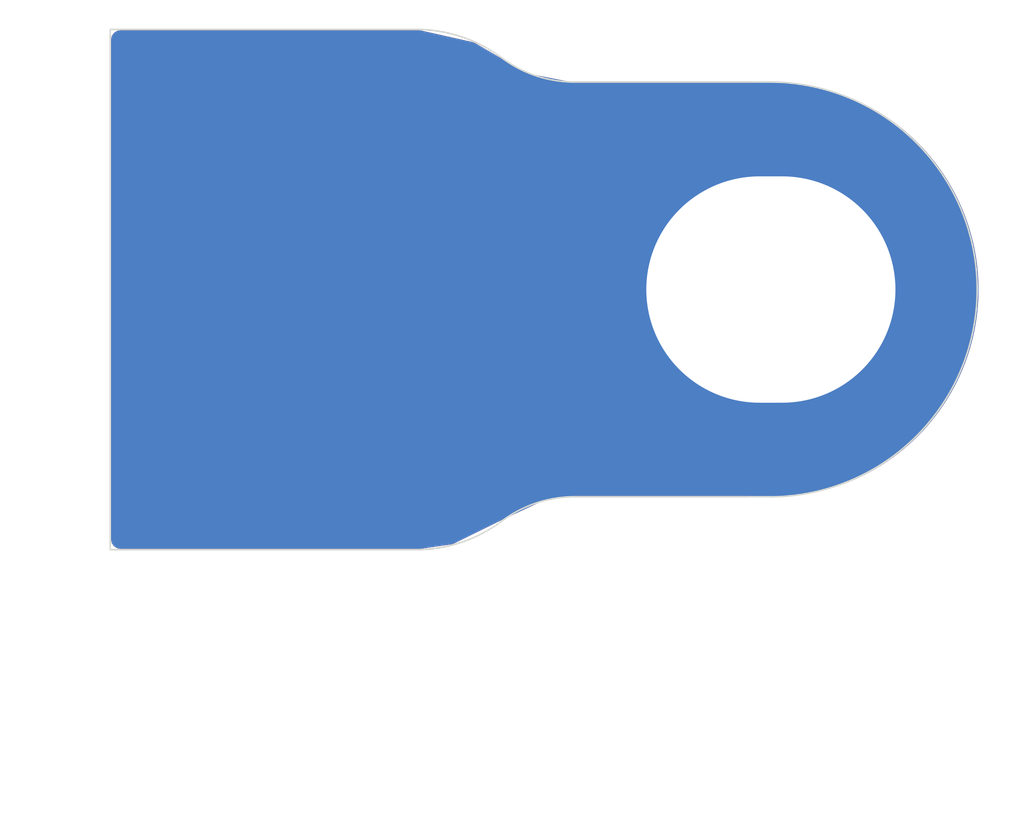
<source format=kicad_pcb>
(kicad_pcb (version 4) (host pcbnew "(2016-07-22 BZR 6991, Git 146a78a)-product")

  (general
    (links 0)
    (no_connects 0)
    (area -15.078333 -5.7275 3.360001 9.145001)
    (thickness 1.6)
    (drawings 1)
    (tracks 0)
    (zones 0)
    (modules 1)
    (nets 2)
  )

  (page A4)
  (layers
    (0 F.Cu signal)
    (31 B.Cu signal)
    (32 B.Adhes user)
    (33 F.Adhes user)
    (34 B.Paste user)
    (35 F.Paste user)
    (36 B.SilkS user)
    (37 F.SilkS user)
    (38 B.Mask user)
    (39 F.Mask user)
    (40 Dwgs.User user)
    (41 Cmts.User user)
    (42 Eco1.User user)
    (43 Eco2.User user)
    (44 Edge.Cuts user)
    (45 Margin user)
    (46 B.CrtYd user)
    (47 F.CrtYd user)
    (48 B.Fab user)
    (49 F.Fab user)
  )

  (setup
    (last_trace_width 0.25)
    (trace_clearance 0)
    (zone_clearance 0)
    (zone_45_only no)
    (trace_min 0.2)
    (segment_width 0.5)
    (edge_width 0.15)
    (via_size 0.6)
    (via_drill 0.4)
    (via_min_size 0.4)
    (via_min_drill 0.3)
    (uvia_size 0.3)
    (uvia_drill 0.1)
    (uvias_allowed no)
    (uvia_min_size 0.2)
    (uvia_min_drill 0.1)
    (pcb_text_width 0.3)
    (pcb_text_size 1.5 1.5)
    (mod_edge_width 0.15)
    (mod_text_size 1 1)
    (mod_text_width 0.15)
    (pad_size 5.5 5.5)
    (pad_drill 3.3)
    (pad_to_mask_clearance 0)
    (aux_axis_origin 0 0)
    (visible_elements 7FFFFFFF)
    (pcbplotparams
      (layerselection 0x010f0_ffffffff)
      (usegerberextensions true)
      (excludeedgelayer true)
      (linewidth 0.150000)
      (plotframeref false)
      (viasonmask false)
      (mode 1)
      (useauxorigin false)
      (hpglpennumber 1)
      (hpglpenspeed 20)
      (hpglpendiameter 15)
      (psnegative false)
      (psa4output false)
      (plotreference true)
      (plotvalue true)
      (plotinvisibletext false)
      (padsonsilk false)
      (subtractmaskfromsilk false)
      (outputformat 1)
      (mirror false)
      (drillshape 0)
      (scaleselection 1)
      (outputdirectory Gerber/20160710_tabs/))
  )

  (net 0 "")
  (net 1 GND)

  (net_class Default "This is the default net class."
    (clearance 0)
    (trace_width 0.25)
    (via_dia 0.6)
    (via_drill 0.4)
    (uvia_dia 0.3)
    (uvia_drill 0.1)
    (add_net GND)
  )

  (module Ohisja:tab_76x40 (layer F.Cu) (tedit 57ABAAA4) (tstamp 5769AEEB)
    (at 0 0)
    (path /5769ACE4)
    (fp_text reference P1 (at -10.7 -4.97) (layer F.SilkS) hide
      (effects (font (size 1 1) (thickness 0.15)))
    )
    (fp_text value CONN_01X01 (at -10.17 4.85) (layer F.Fab) hide
      (effects (font (size 1 1) (thickness 0.15)))
    )
    (fp_text user "76 mm" (at -10.28 -7.78) (layer F.SilkS) hide
      (effects (font (size 2 2) (thickness 0.5)))
    )
    (fp_arc (start 0 -0.001226) (end 0 -2.75) (angle 180) (layer Edge.Cuts) (width 0.02))
    (fp_arc (start -2.6 4.349706) (end -3.55 3.058063) (angle 36.33438316) (layer Edge.Cuts) (width 0.02))
    (fp_arc (start -4.698313 -1.553591) (end -4.652118 -3.446725) (angle 35.17359225) (layer Edge.Cuts) (width 0.02))
    (fp_line (start -8.75 3.447548) (end -4.651552 3.447548) (layer Edge.Cuts) (width 0.02))
    (fp_line (start -8.75 -3.446725) (end -8.75 3.45) (layer Edge.Cuts) (width 0.02))
    (fp_line (start -4.652118 -3.446725) (end -8.75 -3.446725) (layer Edge.Cuts) (width 0.02))
    (fp_line (start -2.6 2.746322) (end 0 2.746322) (layer Edge.Cuts) (width 0.02))
    (fp_line (start 0 -2.75) (end -2.6 -2.75) (layer Edge.Cuts) (width 0.02))
    (fp_arc (start -2.603369 -4.352158) (end -2.6 -2.75) (angle 37.22928052) (layer Edge.Cuts) (width 0.02))
    (fp_arc (start -4.7 1.558063) (end -3.55 3.058063) (angle 36.00738739) (layer Edge.Cuts) (width 0.02))
    (fp_text user encl. (at 0.28 -7.9) (layer F.SilkS) hide
      (effects (font (size 2 2) (thickness 0.5)))
    )
    (pad 1 thru_hole circle (at 0 0) (size 5.5 5.5) (drill oval 3.3 3) (layers *.Cu *.Mask)
      (net 1 GND))
  )

  (dimension 8.75 (width 0.3) (layer Dwgs.User)
    (gr_text "8.750 mm" (at -4.375 7.75) (layer Dwgs.User)
      (effects (font (size 1.5 1.5) (thickness 0.3)))
    )
    (feature1 (pts (xy -8.75 0) (xy -8.75 9.1)))
    (feature2 (pts (xy 0 0) (xy 0 9.1)))
    (crossbar (pts (xy 0 6.4) (xy -8.75 6.4)))
    (arrow1a (pts (xy -8.75 6.4) (xy -7.623496 5.813579)))
    (arrow1b (pts (xy -8.75 6.4) (xy -7.623496 6.986421)))
    (arrow2a (pts (xy 0 6.4) (xy -1.126504 5.813579)))
    (arrow2b (pts (xy 0 6.4) (xy -1.126504 6.986421)))
  )

  (zone (net 0) (net_name "") (layer B.Mask) (tstamp 5782679E) (hatch edge 0.508)
    (connect_pads (clearance 0))
    (min_thickness 0.254)
    (fill yes (arc_segments 16) (thermal_gap 0.508) (thermal_bridge_width 0.508))
    (polygon
      (pts
        (xy -8.87 3.66) (xy -6.71 3.66) (xy -6.73 -3.6) (xy -8.89 -3.6)
      )
    )
    (filled_polygon
      (pts
        (xy -6.837351 3.533) (xy -8.743349 3.533) (xy -8.762649 -3.473) (xy -6.856651 -3.473)
      )
    )
  )
  (zone (net 0) (net_name "") (layer F.Mask) (tstamp 57ABAE6F) (hatch edge 0.508)
    (connect_pads (clearance 0))
    (min_thickness 0.254)
    (fill yes (arc_segments 16) (thermal_gap 0.508) (thermal_bridge_width 0.508))
    (polygon
      (pts
        (xy -8.87 3.666033) (xy -6.71 3.666033) (xy -6.73 -3.593967) (xy -8.89 -3.593967)
      )
    )
    (filled_polygon
      (pts
        (xy -6.837351 3.539033) (xy -8.743349 3.539033) (xy -8.762649 -3.466967) (xy -6.856651 -3.466967)
      )
    )
  )
  (zone (net 1) (net_name GND) (layer F.Cu) (tstamp 0) (hatch edge 0.508)
    (connect_pads yes (clearance 0))
    (min_thickness 0.254)
    (fill yes (arc_segments 16) (thermal_gap 0.508) (thermal_bridge_width 0.508))
    (polygon
      (pts
        (xy -9.14 -3.76) (xy 3.03 -3.83) (xy 3.36 4.61) (xy -9.37 4.28)
      )
    )
    (filled_polygon
      (pts
        (xy -3.981837 -3.155905) (xy -3.638987 -2.956084) (xy -3.638421 -2.955889) (xy -3.637971 -2.955498) (xy -3.281346 -2.751718)
        (xy -3.260321 -2.744686) (xy -3.239821 -2.736245) (xy -2.626445 -2.615576) (xy -2.613092 -2.615604) (xy -2.6 -2.613)
        (xy -0.013495 -2.613) (xy 0.998457 -2.41171) (xy 1.844907 -1.84613) (xy 2.410484 -0.999683) (xy 2.60909 -0.001226)
        (xy 2.410484 0.997231) (xy 1.844907 1.843678) (xy 0.998457 2.409258) (xy -0.007332 2.609322) (xy -2.6 2.609322)
        (xy -2.608181 2.610949) (xy -2.616499 2.610319) (xy -2.999894 2.656831) (xy -3.020463 2.663581) (xy -3.041476 2.668755)
        (xy -3.608082 2.933984) (xy -3.609201 2.934807) (xy -3.610542 2.935166) (xy -4.252636 3.25148) (xy -4.661402 3.310548)
        (xy -8.613 3.310548) (xy -8.613 -3.309725) (xy -4.667302 -3.309725)
      )
    )
  )
  (zone (net 1) (net_name GND) (layer B.Cu) (tstamp 57ABAE78) (hatch edge 0.508)
    (connect_pads yes (clearance 0))
    (min_thickness 0.254)
    (fill yes (arc_segments 16) (thermal_gap 0.508) (thermal_bridge_width 0.508))
    (polygon
      (pts
        (xy -9.14 -3.767374) (xy 3.03 -3.837374) (xy 3.36 4.602626) (xy -9.37 4.272626)
      )
    )
    (filled_polygon
      (pts
        (xy -3.981837 -3.155905) (xy -3.638987 -2.956084) (xy -3.638421 -2.955889) (xy -3.637971 -2.955498) (xy -3.281346 -2.751718)
        (xy -3.260321 -2.744686) (xy -3.239821 -2.736245) (xy -2.626445 -2.615576) (xy -2.613092 -2.615604) (xy -2.6 -2.613)
        (xy -0.013495 -2.613) (xy 0.998457 -2.41171) (xy 1.844907 -1.84613) (xy 2.410484 -0.999683) (xy 2.60909 -0.001226)
        (xy 2.410484 0.997231) (xy 1.844907 1.843678) (xy 0.998457 2.409258) (xy -0.007332 2.609322) (xy -2.6 2.609322)
        (xy -2.608181 2.610949) (xy -2.616499 2.610319) (xy -2.999894 2.656831) (xy -3.020463 2.663581) (xy -3.041476 2.668755)
        (xy -3.608082 2.933984) (xy -3.609201 2.934807) (xy -3.610542 2.935166) (xy -4.252636 3.25148) (xy -4.661402 3.310548)
        (xy -8.613 3.310548) (xy -8.613 -3.309725) (xy -4.667302 -3.309725)
      )
    )
  )
)

</source>
